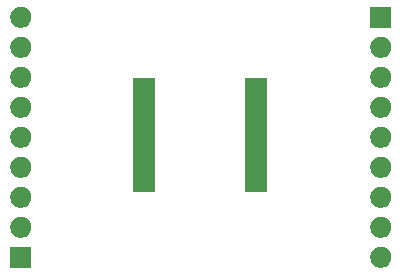
<source format=gbr>
G04 #@! TF.GenerationSoftware,KiCad,Pcbnew,(5.1.5)-3*
G04 #@! TF.CreationDate,2020-03-16T19:41:12-04:00*
G04 #@! TF.ProjectId,BreakoutGPSATGM336H,42726561-6b6f-4757-9447-50534154474d,rev?*
G04 #@! TF.SameCoordinates,Original*
G04 #@! TF.FileFunction,Soldermask,Top*
G04 #@! TF.FilePolarity,Negative*
%FSLAX46Y46*%
G04 Gerber Fmt 4.6, Leading zero omitted, Abs format (unit mm)*
G04 Created by KiCad (PCBNEW (5.1.5)-3) date 2020-03-16 19:41:12*
%MOMM*%
%LPD*%
G04 APERTURE LIST*
%ADD10C,0.100000*%
G04 APERTURE END LIST*
D10*
G36*
X167753512Y-90543927D02*
G01*
X167902812Y-90573624D01*
X168066784Y-90641544D01*
X168214354Y-90740147D01*
X168339853Y-90865646D01*
X168438456Y-91013216D01*
X168506376Y-91177188D01*
X168541000Y-91351259D01*
X168541000Y-91528741D01*
X168506376Y-91702812D01*
X168438456Y-91866784D01*
X168339853Y-92014354D01*
X168214354Y-92139853D01*
X168066784Y-92238456D01*
X167902812Y-92306376D01*
X167753512Y-92336073D01*
X167728742Y-92341000D01*
X167551258Y-92341000D01*
X167526488Y-92336073D01*
X167377188Y-92306376D01*
X167213216Y-92238456D01*
X167065646Y-92139853D01*
X166940147Y-92014354D01*
X166841544Y-91866784D01*
X166773624Y-91702812D01*
X166739000Y-91528741D01*
X166739000Y-91351259D01*
X166773624Y-91177188D01*
X166841544Y-91013216D01*
X166940147Y-90865646D01*
X167065646Y-90740147D01*
X167213216Y-90641544D01*
X167377188Y-90573624D01*
X167526488Y-90543927D01*
X167551258Y-90539000D01*
X167728742Y-90539000D01*
X167753512Y-90543927D01*
G37*
G36*
X138061000Y-92341000D02*
G01*
X136259000Y-92341000D01*
X136259000Y-90539000D01*
X138061000Y-90539000D01*
X138061000Y-92341000D01*
G37*
G36*
X167753512Y-88003927D02*
G01*
X167902812Y-88033624D01*
X168066784Y-88101544D01*
X168214354Y-88200147D01*
X168339853Y-88325646D01*
X168438456Y-88473216D01*
X168506376Y-88637188D01*
X168541000Y-88811259D01*
X168541000Y-88988741D01*
X168506376Y-89162812D01*
X168438456Y-89326784D01*
X168339853Y-89474354D01*
X168214354Y-89599853D01*
X168066784Y-89698456D01*
X167902812Y-89766376D01*
X167753512Y-89796073D01*
X167728742Y-89801000D01*
X167551258Y-89801000D01*
X167526488Y-89796073D01*
X167377188Y-89766376D01*
X167213216Y-89698456D01*
X167065646Y-89599853D01*
X166940147Y-89474354D01*
X166841544Y-89326784D01*
X166773624Y-89162812D01*
X166739000Y-88988741D01*
X166739000Y-88811259D01*
X166773624Y-88637188D01*
X166841544Y-88473216D01*
X166940147Y-88325646D01*
X167065646Y-88200147D01*
X167213216Y-88101544D01*
X167377188Y-88033624D01*
X167526488Y-88003927D01*
X167551258Y-87999000D01*
X167728742Y-87999000D01*
X167753512Y-88003927D01*
G37*
G36*
X137273512Y-88003927D02*
G01*
X137422812Y-88033624D01*
X137586784Y-88101544D01*
X137734354Y-88200147D01*
X137859853Y-88325646D01*
X137958456Y-88473216D01*
X138026376Y-88637188D01*
X138061000Y-88811259D01*
X138061000Y-88988741D01*
X138026376Y-89162812D01*
X137958456Y-89326784D01*
X137859853Y-89474354D01*
X137734354Y-89599853D01*
X137586784Y-89698456D01*
X137422812Y-89766376D01*
X137273512Y-89796073D01*
X137248742Y-89801000D01*
X137071258Y-89801000D01*
X137046488Y-89796073D01*
X136897188Y-89766376D01*
X136733216Y-89698456D01*
X136585646Y-89599853D01*
X136460147Y-89474354D01*
X136361544Y-89326784D01*
X136293624Y-89162812D01*
X136259000Y-88988741D01*
X136259000Y-88811259D01*
X136293624Y-88637188D01*
X136361544Y-88473216D01*
X136460147Y-88325646D01*
X136585646Y-88200147D01*
X136733216Y-88101544D01*
X136897188Y-88033624D01*
X137046488Y-88003927D01*
X137071258Y-87999000D01*
X137248742Y-87999000D01*
X137273512Y-88003927D01*
G37*
G36*
X167753512Y-85463927D02*
G01*
X167902812Y-85493624D01*
X168066784Y-85561544D01*
X168214354Y-85660147D01*
X168339853Y-85785646D01*
X168438456Y-85933216D01*
X168506376Y-86097188D01*
X168541000Y-86271259D01*
X168541000Y-86448741D01*
X168506376Y-86622812D01*
X168438456Y-86786784D01*
X168339853Y-86934354D01*
X168214354Y-87059853D01*
X168066784Y-87158456D01*
X167902812Y-87226376D01*
X167753512Y-87256073D01*
X167728742Y-87261000D01*
X167551258Y-87261000D01*
X167526488Y-87256073D01*
X167377188Y-87226376D01*
X167213216Y-87158456D01*
X167065646Y-87059853D01*
X166940147Y-86934354D01*
X166841544Y-86786784D01*
X166773624Y-86622812D01*
X166739000Y-86448741D01*
X166739000Y-86271259D01*
X166773624Y-86097188D01*
X166841544Y-85933216D01*
X166940147Y-85785646D01*
X167065646Y-85660147D01*
X167213216Y-85561544D01*
X167377188Y-85493624D01*
X167526488Y-85463927D01*
X167551258Y-85459000D01*
X167728742Y-85459000D01*
X167753512Y-85463927D01*
G37*
G36*
X137273512Y-85463927D02*
G01*
X137422812Y-85493624D01*
X137586784Y-85561544D01*
X137734354Y-85660147D01*
X137859853Y-85785646D01*
X137958456Y-85933216D01*
X138026376Y-86097188D01*
X138061000Y-86271259D01*
X138061000Y-86448741D01*
X138026376Y-86622812D01*
X137958456Y-86786784D01*
X137859853Y-86934354D01*
X137734354Y-87059853D01*
X137586784Y-87158456D01*
X137422812Y-87226376D01*
X137273512Y-87256073D01*
X137248742Y-87261000D01*
X137071258Y-87261000D01*
X137046488Y-87256073D01*
X136897188Y-87226376D01*
X136733216Y-87158456D01*
X136585646Y-87059853D01*
X136460147Y-86934354D01*
X136361544Y-86786784D01*
X136293624Y-86622812D01*
X136259000Y-86448741D01*
X136259000Y-86271259D01*
X136293624Y-86097188D01*
X136361544Y-85933216D01*
X136460147Y-85785646D01*
X136585646Y-85660147D01*
X136733216Y-85561544D01*
X136897188Y-85493624D01*
X137046488Y-85463927D01*
X137071258Y-85459000D01*
X137248742Y-85459000D01*
X137273512Y-85463927D01*
G37*
G36*
X158024800Y-85903200D02*
G01*
X156122800Y-85903200D01*
X156122800Y-76301200D01*
X158024800Y-76301200D01*
X158024800Y-85903200D01*
G37*
G36*
X148524800Y-85903200D02*
G01*
X146622800Y-85903200D01*
X146622800Y-76301200D01*
X148524800Y-76301200D01*
X148524800Y-85903200D01*
G37*
G36*
X137273512Y-82923927D02*
G01*
X137422812Y-82953624D01*
X137586784Y-83021544D01*
X137734354Y-83120147D01*
X137859853Y-83245646D01*
X137958456Y-83393216D01*
X138026376Y-83557188D01*
X138061000Y-83731259D01*
X138061000Y-83908741D01*
X138026376Y-84082812D01*
X137958456Y-84246784D01*
X137859853Y-84394354D01*
X137734354Y-84519853D01*
X137586784Y-84618456D01*
X137422812Y-84686376D01*
X137273512Y-84716073D01*
X137248742Y-84721000D01*
X137071258Y-84721000D01*
X137046488Y-84716073D01*
X136897188Y-84686376D01*
X136733216Y-84618456D01*
X136585646Y-84519853D01*
X136460147Y-84394354D01*
X136361544Y-84246784D01*
X136293624Y-84082812D01*
X136259000Y-83908741D01*
X136259000Y-83731259D01*
X136293624Y-83557188D01*
X136361544Y-83393216D01*
X136460147Y-83245646D01*
X136585646Y-83120147D01*
X136733216Y-83021544D01*
X136897188Y-82953624D01*
X137046488Y-82923927D01*
X137071258Y-82919000D01*
X137248742Y-82919000D01*
X137273512Y-82923927D01*
G37*
G36*
X167753512Y-82923927D02*
G01*
X167902812Y-82953624D01*
X168066784Y-83021544D01*
X168214354Y-83120147D01*
X168339853Y-83245646D01*
X168438456Y-83393216D01*
X168506376Y-83557188D01*
X168541000Y-83731259D01*
X168541000Y-83908741D01*
X168506376Y-84082812D01*
X168438456Y-84246784D01*
X168339853Y-84394354D01*
X168214354Y-84519853D01*
X168066784Y-84618456D01*
X167902812Y-84686376D01*
X167753512Y-84716073D01*
X167728742Y-84721000D01*
X167551258Y-84721000D01*
X167526488Y-84716073D01*
X167377188Y-84686376D01*
X167213216Y-84618456D01*
X167065646Y-84519853D01*
X166940147Y-84394354D01*
X166841544Y-84246784D01*
X166773624Y-84082812D01*
X166739000Y-83908741D01*
X166739000Y-83731259D01*
X166773624Y-83557188D01*
X166841544Y-83393216D01*
X166940147Y-83245646D01*
X167065646Y-83120147D01*
X167213216Y-83021544D01*
X167377188Y-82953624D01*
X167526488Y-82923927D01*
X167551258Y-82919000D01*
X167728742Y-82919000D01*
X167753512Y-82923927D01*
G37*
G36*
X167753512Y-80383927D02*
G01*
X167902812Y-80413624D01*
X168066784Y-80481544D01*
X168214354Y-80580147D01*
X168339853Y-80705646D01*
X168438456Y-80853216D01*
X168506376Y-81017188D01*
X168541000Y-81191259D01*
X168541000Y-81368741D01*
X168506376Y-81542812D01*
X168438456Y-81706784D01*
X168339853Y-81854354D01*
X168214354Y-81979853D01*
X168066784Y-82078456D01*
X167902812Y-82146376D01*
X167753512Y-82176073D01*
X167728742Y-82181000D01*
X167551258Y-82181000D01*
X167526488Y-82176073D01*
X167377188Y-82146376D01*
X167213216Y-82078456D01*
X167065646Y-81979853D01*
X166940147Y-81854354D01*
X166841544Y-81706784D01*
X166773624Y-81542812D01*
X166739000Y-81368741D01*
X166739000Y-81191259D01*
X166773624Y-81017188D01*
X166841544Y-80853216D01*
X166940147Y-80705646D01*
X167065646Y-80580147D01*
X167213216Y-80481544D01*
X167377188Y-80413624D01*
X167526488Y-80383927D01*
X167551258Y-80379000D01*
X167728742Y-80379000D01*
X167753512Y-80383927D01*
G37*
G36*
X137273512Y-80383927D02*
G01*
X137422812Y-80413624D01*
X137586784Y-80481544D01*
X137734354Y-80580147D01*
X137859853Y-80705646D01*
X137958456Y-80853216D01*
X138026376Y-81017188D01*
X138061000Y-81191259D01*
X138061000Y-81368741D01*
X138026376Y-81542812D01*
X137958456Y-81706784D01*
X137859853Y-81854354D01*
X137734354Y-81979853D01*
X137586784Y-82078456D01*
X137422812Y-82146376D01*
X137273512Y-82176073D01*
X137248742Y-82181000D01*
X137071258Y-82181000D01*
X137046488Y-82176073D01*
X136897188Y-82146376D01*
X136733216Y-82078456D01*
X136585646Y-81979853D01*
X136460147Y-81854354D01*
X136361544Y-81706784D01*
X136293624Y-81542812D01*
X136259000Y-81368741D01*
X136259000Y-81191259D01*
X136293624Y-81017188D01*
X136361544Y-80853216D01*
X136460147Y-80705646D01*
X136585646Y-80580147D01*
X136733216Y-80481544D01*
X136897188Y-80413624D01*
X137046488Y-80383927D01*
X137071258Y-80379000D01*
X137248742Y-80379000D01*
X137273512Y-80383927D01*
G37*
G36*
X137273512Y-77843927D02*
G01*
X137422812Y-77873624D01*
X137586784Y-77941544D01*
X137734354Y-78040147D01*
X137859853Y-78165646D01*
X137958456Y-78313216D01*
X138026376Y-78477188D01*
X138061000Y-78651259D01*
X138061000Y-78828741D01*
X138026376Y-79002812D01*
X137958456Y-79166784D01*
X137859853Y-79314354D01*
X137734354Y-79439853D01*
X137586784Y-79538456D01*
X137422812Y-79606376D01*
X137273512Y-79636073D01*
X137248742Y-79641000D01*
X137071258Y-79641000D01*
X137046488Y-79636073D01*
X136897188Y-79606376D01*
X136733216Y-79538456D01*
X136585646Y-79439853D01*
X136460147Y-79314354D01*
X136361544Y-79166784D01*
X136293624Y-79002812D01*
X136259000Y-78828741D01*
X136259000Y-78651259D01*
X136293624Y-78477188D01*
X136361544Y-78313216D01*
X136460147Y-78165646D01*
X136585646Y-78040147D01*
X136733216Y-77941544D01*
X136897188Y-77873624D01*
X137046488Y-77843927D01*
X137071258Y-77839000D01*
X137248742Y-77839000D01*
X137273512Y-77843927D01*
G37*
G36*
X167753512Y-77843927D02*
G01*
X167902812Y-77873624D01*
X168066784Y-77941544D01*
X168214354Y-78040147D01*
X168339853Y-78165646D01*
X168438456Y-78313216D01*
X168506376Y-78477188D01*
X168541000Y-78651259D01*
X168541000Y-78828741D01*
X168506376Y-79002812D01*
X168438456Y-79166784D01*
X168339853Y-79314354D01*
X168214354Y-79439853D01*
X168066784Y-79538456D01*
X167902812Y-79606376D01*
X167753512Y-79636073D01*
X167728742Y-79641000D01*
X167551258Y-79641000D01*
X167526488Y-79636073D01*
X167377188Y-79606376D01*
X167213216Y-79538456D01*
X167065646Y-79439853D01*
X166940147Y-79314354D01*
X166841544Y-79166784D01*
X166773624Y-79002812D01*
X166739000Y-78828741D01*
X166739000Y-78651259D01*
X166773624Y-78477188D01*
X166841544Y-78313216D01*
X166940147Y-78165646D01*
X167065646Y-78040147D01*
X167213216Y-77941544D01*
X167377188Y-77873624D01*
X167526488Y-77843927D01*
X167551258Y-77839000D01*
X167728742Y-77839000D01*
X167753512Y-77843927D01*
G37*
G36*
X167753512Y-75303927D02*
G01*
X167902812Y-75333624D01*
X168066784Y-75401544D01*
X168214354Y-75500147D01*
X168339853Y-75625646D01*
X168438456Y-75773216D01*
X168506376Y-75937188D01*
X168541000Y-76111259D01*
X168541000Y-76288741D01*
X168506376Y-76462812D01*
X168438456Y-76626784D01*
X168339853Y-76774354D01*
X168214354Y-76899853D01*
X168066784Y-76998456D01*
X167902812Y-77066376D01*
X167753512Y-77096073D01*
X167728742Y-77101000D01*
X167551258Y-77101000D01*
X167526488Y-77096073D01*
X167377188Y-77066376D01*
X167213216Y-76998456D01*
X167065646Y-76899853D01*
X166940147Y-76774354D01*
X166841544Y-76626784D01*
X166773624Y-76462812D01*
X166739000Y-76288741D01*
X166739000Y-76111259D01*
X166773624Y-75937188D01*
X166841544Y-75773216D01*
X166940147Y-75625646D01*
X167065646Y-75500147D01*
X167213216Y-75401544D01*
X167377188Y-75333624D01*
X167526488Y-75303927D01*
X167551258Y-75299000D01*
X167728742Y-75299000D01*
X167753512Y-75303927D01*
G37*
G36*
X137273512Y-75303927D02*
G01*
X137422812Y-75333624D01*
X137586784Y-75401544D01*
X137734354Y-75500147D01*
X137859853Y-75625646D01*
X137958456Y-75773216D01*
X138026376Y-75937188D01*
X138061000Y-76111259D01*
X138061000Y-76288741D01*
X138026376Y-76462812D01*
X137958456Y-76626784D01*
X137859853Y-76774354D01*
X137734354Y-76899853D01*
X137586784Y-76998456D01*
X137422812Y-77066376D01*
X137273512Y-77096073D01*
X137248742Y-77101000D01*
X137071258Y-77101000D01*
X137046488Y-77096073D01*
X136897188Y-77066376D01*
X136733216Y-76998456D01*
X136585646Y-76899853D01*
X136460147Y-76774354D01*
X136361544Y-76626784D01*
X136293624Y-76462812D01*
X136259000Y-76288741D01*
X136259000Y-76111259D01*
X136293624Y-75937188D01*
X136361544Y-75773216D01*
X136460147Y-75625646D01*
X136585646Y-75500147D01*
X136733216Y-75401544D01*
X136897188Y-75333624D01*
X137046488Y-75303927D01*
X137071258Y-75299000D01*
X137248742Y-75299000D01*
X137273512Y-75303927D01*
G37*
G36*
X167753512Y-72763927D02*
G01*
X167902812Y-72793624D01*
X168066784Y-72861544D01*
X168214354Y-72960147D01*
X168339853Y-73085646D01*
X168438456Y-73233216D01*
X168506376Y-73397188D01*
X168541000Y-73571259D01*
X168541000Y-73748741D01*
X168506376Y-73922812D01*
X168438456Y-74086784D01*
X168339853Y-74234354D01*
X168214354Y-74359853D01*
X168066784Y-74458456D01*
X167902812Y-74526376D01*
X167753512Y-74556073D01*
X167728742Y-74561000D01*
X167551258Y-74561000D01*
X167526488Y-74556073D01*
X167377188Y-74526376D01*
X167213216Y-74458456D01*
X167065646Y-74359853D01*
X166940147Y-74234354D01*
X166841544Y-74086784D01*
X166773624Y-73922812D01*
X166739000Y-73748741D01*
X166739000Y-73571259D01*
X166773624Y-73397188D01*
X166841544Y-73233216D01*
X166940147Y-73085646D01*
X167065646Y-72960147D01*
X167213216Y-72861544D01*
X167377188Y-72793624D01*
X167526488Y-72763927D01*
X167551258Y-72759000D01*
X167728742Y-72759000D01*
X167753512Y-72763927D01*
G37*
G36*
X137273512Y-72763927D02*
G01*
X137422812Y-72793624D01*
X137586784Y-72861544D01*
X137734354Y-72960147D01*
X137859853Y-73085646D01*
X137958456Y-73233216D01*
X138026376Y-73397188D01*
X138061000Y-73571259D01*
X138061000Y-73748741D01*
X138026376Y-73922812D01*
X137958456Y-74086784D01*
X137859853Y-74234354D01*
X137734354Y-74359853D01*
X137586784Y-74458456D01*
X137422812Y-74526376D01*
X137273512Y-74556073D01*
X137248742Y-74561000D01*
X137071258Y-74561000D01*
X137046488Y-74556073D01*
X136897188Y-74526376D01*
X136733216Y-74458456D01*
X136585646Y-74359853D01*
X136460147Y-74234354D01*
X136361544Y-74086784D01*
X136293624Y-73922812D01*
X136259000Y-73748741D01*
X136259000Y-73571259D01*
X136293624Y-73397188D01*
X136361544Y-73233216D01*
X136460147Y-73085646D01*
X136585646Y-72960147D01*
X136733216Y-72861544D01*
X136897188Y-72793624D01*
X137046488Y-72763927D01*
X137071258Y-72759000D01*
X137248742Y-72759000D01*
X137273512Y-72763927D01*
G37*
G36*
X168541000Y-72021000D02*
G01*
X166739000Y-72021000D01*
X166739000Y-70219000D01*
X168541000Y-70219000D01*
X168541000Y-72021000D01*
G37*
G36*
X137273512Y-70223927D02*
G01*
X137422812Y-70253624D01*
X137586784Y-70321544D01*
X137734354Y-70420147D01*
X137859853Y-70545646D01*
X137958456Y-70693216D01*
X138026376Y-70857188D01*
X138061000Y-71031259D01*
X138061000Y-71208741D01*
X138026376Y-71382812D01*
X137958456Y-71546784D01*
X137859853Y-71694354D01*
X137734354Y-71819853D01*
X137586784Y-71918456D01*
X137422812Y-71986376D01*
X137273512Y-72016073D01*
X137248742Y-72021000D01*
X137071258Y-72021000D01*
X137046488Y-72016073D01*
X136897188Y-71986376D01*
X136733216Y-71918456D01*
X136585646Y-71819853D01*
X136460147Y-71694354D01*
X136361544Y-71546784D01*
X136293624Y-71382812D01*
X136259000Y-71208741D01*
X136259000Y-71031259D01*
X136293624Y-70857188D01*
X136361544Y-70693216D01*
X136460147Y-70545646D01*
X136585646Y-70420147D01*
X136733216Y-70321544D01*
X136897188Y-70253624D01*
X137046488Y-70223927D01*
X137071258Y-70219000D01*
X137248742Y-70219000D01*
X137273512Y-70223927D01*
G37*
M02*

</source>
